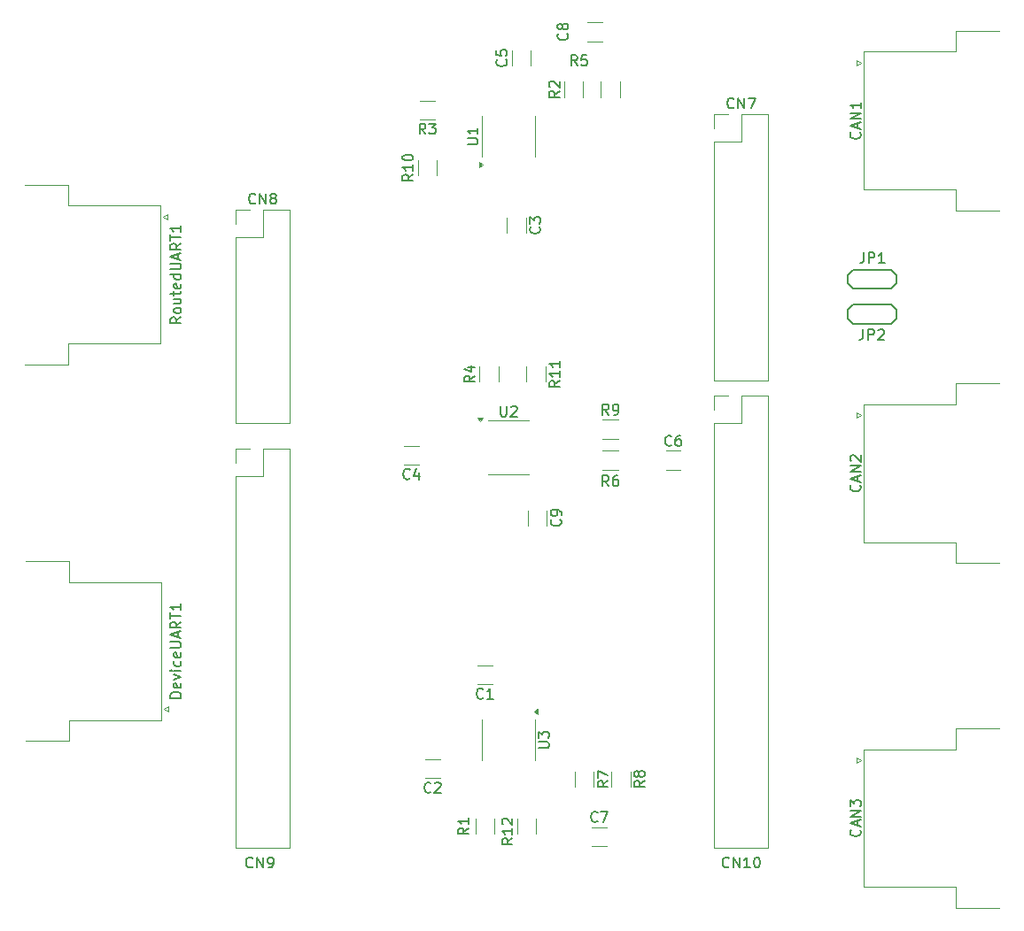
<source format=gto>
G04 #@! TF.GenerationSoftware,KiCad,Pcbnew,8.0.2*
G04 #@! TF.CreationDate,2024-06-02T13:15:13+02:00*
G04 #@! TF.ProjectId,sample,73616d70-6c65-42e6-9b69-6361645f7063,rev?*
G04 #@! TF.SameCoordinates,Original*
G04 #@! TF.FileFunction,Legend,Top*
G04 #@! TF.FilePolarity,Positive*
%FSLAX46Y46*%
G04 Gerber Fmt 4.6, Leading zero omitted, Abs format (unit mm)*
G04 Created by KiCad (PCBNEW 8.0.2) date 2024-06-02 13:15:13*
%MOMM*%
%LPD*%
G01*
G04 APERTURE LIST*
%ADD10C,0.150000*%
%ADD11C,0.120000*%
G04 APERTURE END LIST*
D10*
X133209580Y-96666666D02*
X133257200Y-96714285D01*
X133257200Y-96714285D02*
X133304819Y-96857142D01*
X133304819Y-96857142D02*
X133304819Y-96952380D01*
X133304819Y-96952380D02*
X133257200Y-97095237D01*
X133257200Y-97095237D02*
X133161961Y-97190475D01*
X133161961Y-97190475D02*
X133066723Y-97238094D01*
X133066723Y-97238094D02*
X132876247Y-97285713D01*
X132876247Y-97285713D02*
X132733390Y-97285713D01*
X132733390Y-97285713D02*
X132542914Y-97238094D01*
X132542914Y-97238094D02*
X132447676Y-97190475D01*
X132447676Y-97190475D02*
X132352438Y-97095237D01*
X132352438Y-97095237D02*
X132304819Y-96952380D01*
X132304819Y-96952380D02*
X132304819Y-96857142D01*
X132304819Y-96857142D02*
X132352438Y-96714285D01*
X132352438Y-96714285D02*
X132400057Y-96666666D01*
X133304819Y-96190475D02*
X133304819Y-95999999D01*
X133304819Y-95999999D02*
X133257200Y-95904761D01*
X133257200Y-95904761D02*
X133209580Y-95857142D01*
X133209580Y-95857142D02*
X133066723Y-95761904D01*
X133066723Y-95761904D02*
X132876247Y-95714285D01*
X132876247Y-95714285D02*
X132495295Y-95714285D01*
X132495295Y-95714285D02*
X132400057Y-95761904D01*
X132400057Y-95761904D02*
X132352438Y-95809523D01*
X132352438Y-95809523D02*
X132304819Y-95904761D01*
X132304819Y-95904761D02*
X132304819Y-96095237D01*
X132304819Y-96095237D02*
X132352438Y-96190475D01*
X132352438Y-96190475D02*
X132400057Y-96238094D01*
X132400057Y-96238094D02*
X132495295Y-96285713D01*
X132495295Y-96285713D02*
X132733390Y-96285713D01*
X132733390Y-96285713D02*
X132828628Y-96238094D01*
X132828628Y-96238094D02*
X132876247Y-96190475D01*
X132876247Y-96190475D02*
X132923866Y-96095237D01*
X132923866Y-96095237D02*
X132923866Y-95904761D01*
X132923866Y-95904761D02*
X132876247Y-95809523D01*
X132876247Y-95809523D02*
X132828628Y-95761904D01*
X132828628Y-95761904D02*
X132733390Y-95714285D01*
X124454819Y-126166666D02*
X123978628Y-126499999D01*
X124454819Y-126738094D02*
X123454819Y-126738094D01*
X123454819Y-126738094D02*
X123454819Y-126357142D01*
X123454819Y-126357142D02*
X123502438Y-126261904D01*
X123502438Y-126261904D02*
X123550057Y-126214285D01*
X123550057Y-126214285D02*
X123645295Y-126166666D01*
X123645295Y-126166666D02*
X123788152Y-126166666D01*
X123788152Y-126166666D02*
X123883390Y-126214285D01*
X123883390Y-126214285D02*
X123931009Y-126261904D01*
X123931009Y-126261904D02*
X123978628Y-126357142D01*
X123978628Y-126357142D02*
X123978628Y-126738094D01*
X124454819Y-125214285D02*
X124454819Y-125785713D01*
X124454819Y-125499999D02*
X123454819Y-125499999D01*
X123454819Y-125499999D02*
X123597676Y-125595237D01*
X123597676Y-125595237D02*
X123692914Y-125690475D01*
X123692914Y-125690475D02*
X123740533Y-125785713D01*
X119134819Y-63642857D02*
X118658628Y-63976190D01*
X119134819Y-64214285D02*
X118134819Y-64214285D01*
X118134819Y-64214285D02*
X118134819Y-63833333D01*
X118134819Y-63833333D02*
X118182438Y-63738095D01*
X118182438Y-63738095D02*
X118230057Y-63690476D01*
X118230057Y-63690476D02*
X118325295Y-63642857D01*
X118325295Y-63642857D02*
X118468152Y-63642857D01*
X118468152Y-63642857D02*
X118563390Y-63690476D01*
X118563390Y-63690476D02*
X118611009Y-63738095D01*
X118611009Y-63738095D02*
X118658628Y-63833333D01*
X118658628Y-63833333D02*
X118658628Y-64214285D01*
X119134819Y-62690476D02*
X119134819Y-63261904D01*
X119134819Y-62976190D02*
X118134819Y-62976190D01*
X118134819Y-62976190D02*
X118277676Y-63071428D01*
X118277676Y-63071428D02*
X118372914Y-63166666D01*
X118372914Y-63166666D02*
X118420533Y-63261904D01*
X118134819Y-62071428D02*
X118134819Y-61976190D01*
X118134819Y-61976190D02*
X118182438Y-61880952D01*
X118182438Y-61880952D02*
X118230057Y-61833333D01*
X118230057Y-61833333D02*
X118325295Y-61785714D01*
X118325295Y-61785714D02*
X118515771Y-61738095D01*
X118515771Y-61738095D02*
X118753866Y-61738095D01*
X118753866Y-61738095D02*
X118944342Y-61785714D01*
X118944342Y-61785714D02*
X119039580Y-61833333D01*
X119039580Y-61833333D02*
X119087200Y-61880952D01*
X119087200Y-61880952D02*
X119134819Y-61976190D01*
X119134819Y-61976190D02*
X119134819Y-62071428D01*
X119134819Y-62071428D02*
X119087200Y-62166666D01*
X119087200Y-62166666D02*
X119039580Y-62214285D01*
X119039580Y-62214285D02*
X118944342Y-62261904D01*
X118944342Y-62261904D02*
X118753866Y-62309523D01*
X118753866Y-62309523D02*
X118515771Y-62309523D01*
X118515771Y-62309523D02*
X118325295Y-62261904D01*
X118325295Y-62261904D02*
X118230057Y-62214285D01*
X118230057Y-62214285D02*
X118182438Y-62166666D01*
X118182438Y-62166666D02*
X118134819Y-62071428D01*
X136770833Y-125509580D02*
X136723214Y-125557200D01*
X136723214Y-125557200D02*
X136580357Y-125604819D01*
X136580357Y-125604819D02*
X136485119Y-125604819D01*
X136485119Y-125604819D02*
X136342262Y-125557200D01*
X136342262Y-125557200D02*
X136247024Y-125461961D01*
X136247024Y-125461961D02*
X136199405Y-125366723D01*
X136199405Y-125366723D02*
X136151786Y-125176247D01*
X136151786Y-125176247D02*
X136151786Y-125033390D01*
X136151786Y-125033390D02*
X136199405Y-124842914D01*
X136199405Y-124842914D02*
X136247024Y-124747676D01*
X136247024Y-124747676D02*
X136342262Y-124652438D01*
X136342262Y-124652438D02*
X136485119Y-124604819D01*
X136485119Y-124604819D02*
X136580357Y-124604819D01*
X136580357Y-124604819D02*
X136723214Y-124652438D01*
X136723214Y-124652438D02*
X136770833Y-124700057D01*
X137104167Y-124604819D02*
X137770833Y-124604819D01*
X137770833Y-124604819D02*
X137342262Y-125604819D01*
X103809523Y-129859580D02*
X103761904Y-129907200D01*
X103761904Y-129907200D02*
X103619047Y-129954819D01*
X103619047Y-129954819D02*
X103523809Y-129954819D01*
X103523809Y-129954819D02*
X103380952Y-129907200D01*
X103380952Y-129907200D02*
X103285714Y-129811961D01*
X103285714Y-129811961D02*
X103238095Y-129716723D01*
X103238095Y-129716723D02*
X103190476Y-129526247D01*
X103190476Y-129526247D02*
X103190476Y-129383390D01*
X103190476Y-129383390D02*
X103238095Y-129192914D01*
X103238095Y-129192914D02*
X103285714Y-129097676D01*
X103285714Y-129097676D02*
X103380952Y-129002438D01*
X103380952Y-129002438D02*
X103523809Y-128954819D01*
X103523809Y-128954819D02*
X103619047Y-128954819D01*
X103619047Y-128954819D02*
X103761904Y-129002438D01*
X103761904Y-129002438D02*
X103809523Y-129050057D01*
X104238095Y-129954819D02*
X104238095Y-128954819D01*
X104238095Y-128954819D02*
X104809523Y-129954819D01*
X104809523Y-129954819D02*
X104809523Y-128954819D01*
X105333333Y-129954819D02*
X105523809Y-129954819D01*
X105523809Y-129954819D02*
X105619047Y-129907200D01*
X105619047Y-129907200D02*
X105666666Y-129859580D01*
X105666666Y-129859580D02*
X105761904Y-129716723D01*
X105761904Y-129716723D02*
X105809523Y-129526247D01*
X105809523Y-129526247D02*
X105809523Y-129145295D01*
X105809523Y-129145295D02*
X105761904Y-129050057D01*
X105761904Y-129050057D02*
X105714285Y-129002438D01*
X105714285Y-129002438D02*
X105619047Y-128954819D01*
X105619047Y-128954819D02*
X105428571Y-128954819D01*
X105428571Y-128954819D02*
X105333333Y-129002438D01*
X105333333Y-129002438D02*
X105285714Y-129050057D01*
X105285714Y-129050057D02*
X105238095Y-129145295D01*
X105238095Y-129145295D02*
X105238095Y-129383390D01*
X105238095Y-129383390D02*
X105285714Y-129478628D01*
X105285714Y-129478628D02*
X105333333Y-129526247D01*
X105333333Y-129526247D02*
X105428571Y-129573866D01*
X105428571Y-129573866D02*
X105619047Y-129573866D01*
X105619047Y-129573866D02*
X105714285Y-129526247D01*
X105714285Y-129526247D02*
X105761904Y-129478628D01*
X105761904Y-129478628D02*
X105809523Y-129383390D01*
X127508095Y-85794819D02*
X127508095Y-86604342D01*
X127508095Y-86604342D02*
X127555714Y-86699580D01*
X127555714Y-86699580D02*
X127603333Y-86747200D01*
X127603333Y-86747200D02*
X127698571Y-86794819D01*
X127698571Y-86794819D02*
X127889047Y-86794819D01*
X127889047Y-86794819D02*
X127984285Y-86747200D01*
X127984285Y-86747200D02*
X128031904Y-86699580D01*
X128031904Y-86699580D02*
X128079523Y-86604342D01*
X128079523Y-86604342D02*
X128079523Y-85794819D01*
X128508095Y-85890057D02*
X128555714Y-85842438D01*
X128555714Y-85842438D02*
X128650952Y-85794819D01*
X128650952Y-85794819D02*
X128889047Y-85794819D01*
X128889047Y-85794819D02*
X128984285Y-85842438D01*
X128984285Y-85842438D02*
X129031904Y-85890057D01*
X129031904Y-85890057D02*
X129079523Y-85985295D01*
X129079523Y-85985295D02*
X129079523Y-86080533D01*
X129079523Y-86080533D02*
X129031904Y-86223390D01*
X129031904Y-86223390D02*
X128460476Y-86794819D01*
X128460476Y-86794819D02*
X129079523Y-86794819D01*
X133174819Y-83382857D02*
X132698628Y-83716190D01*
X133174819Y-83954285D02*
X132174819Y-83954285D01*
X132174819Y-83954285D02*
X132174819Y-83573333D01*
X132174819Y-83573333D02*
X132222438Y-83478095D01*
X132222438Y-83478095D02*
X132270057Y-83430476D01*
X132270057Y-83430476D02*
X132365295Y-83382857D01*
X132365295Y-83382857D02*
X132508152Y-83382857D01*
X132508152Y-83382857D02*
X132603390Y-83430476D01*
X132603390Y-83430476D02*
X132651009Y-83478095D01*
X132651009Y-83478095D02*
X132698628Y-83573333D01*
X132698628Y-83573333D02*
X132698628Y-83954285D01*
X133174819Y-82430476D02*
X133174819Y-83001904D01*
X133174819Y-82716190D02*
X132174819Y-82716190D01*
X132174819Y-82716190D02*
X132317676Y-82811428D01*
X132317676Y-82811428D02*
X132412914Y-82906666D01*
X132412914Y-82906666D02*
X132460533Y-83001904D01*
X133174819Y-81478095D02*
X133174819Y-82049523D01*
X133174819Y-81763809D02*
X132174819Y-81763809D01*
X132174819Y-81763809D02*
X132317676Y-81859047D01*
X132317676Y-81859047D02*
X132412914Y-81954285D01*
X132412914Y-81954285D02*
X132460533Y-82049523D01*
X125034819Y-82906666D02*
X124558628Y-83239999D01*
X125034819Y-83478094D02*
X124034819Y-83478094D01*
X124034819Y-83478094D02*
X124034819Y-83097142D01*
X124034819Y-83097142D02*
X124082438Y-83001904D01*
X124082438Y-83001904D02*
X124130057Y-82954285D01*
X124130057Y-82954285D02*
X124225295Y-82906666D01*
X124225295Y-82906666D02*
X124368152Y-82906666D01*
X124368152Y-82906666D02*
X124463390Y-82954285D01*
X124463390Y-82954285D02*
X124511009Y-83001904D01*
X124511009Y-83001904D02*
X124558628Y-83097142D01*
X124558628Y-83097142D02*
X124558628Y-83478094D01*
X124368152Y-82049523D02*
X125034819Y-82049523D01*
X123987200Y-82287618D02*
X124701485Y-82525713D01*
X124701485Y-82525713D02*
X124701485Y-81906666D01*
X162216666Y-71104819D02*
X162216666Y-71819104D01*
X162216666Y-71819104D02*
X162169047Y-71961961D01*
X162169047Y-71961961D02*
X162073809Y-72057200D01*
X162073809Y-72057200D02*
X161930952Y-72104819D01*
X161930952Y-72104819D02*
X161835714Y-72104819D01*
X162692857Y-72104819D02*
X162692857Y-71104819D01*
X162692857Y-71104819D02*
X163073809Y-71104819D01*
X163073809Y-71104819D02*
X163169047Y-71152438D01*
X163169047Y-71152438D02*
X163216666Y-71200057D01*
X163216666Y-71200057D02*
X163264285Y-71295295D01*
X163264285Y-71295295D02*
X163264285Y-71438152D01*
X163264285Y-71438152D02*
X163216666Y-71533390D01*
X163216666Y-71533390D02*
X163169047Y-71581009D01*
X163169047Y-71581009D02*
X163073809Y-71628628D01*
X163073809Y-71628628D02*
X162692857Y-71628628D01*
X164216666Y-72104819D02*
X163645238Y-72104819D01*
X163930952Y-72104819D02*
X163930952Y-71104819D01*
X163930952Y-71104819D02*
X163835714Y-71247676D01*
X163835714Y-71247676D02*
X163740476Y-71342914D01*
X163740476Y-71342914D02*
X163645238Y-71390533D01*
X133134819Y-55666666D02*
X132658628Y-55999999D01*
X133134819Y-56238094D02*
X132134819Y-56238094D01*
X132134819Y-56238094D02*
X132134819Y-55857142D01*
X132134819Y-55857142D02*
X132182438Y-55761904D01*
X132182438Y-55761904D02*
X132230057Y-55714285D01*
X132230057Y-55714285D02*
X132325295Y-55666666D01*
X132325295Y-55666666D02*
X132468152Y-55666666D01*
X132468152Y-55666666D02*
X132563390Y-55714285D01*
X132563390Y-55714285D02*
X132611009Y-55761904D01*
X132611009Y-55761904D02*
X132658628Y-55857142D01*
X132658628Y-55857142D02*
X132658628Y-56238094D01*
X132230057Y-55285713D02*
X132182438Y-55238094D01*
X132182438Y-55238094D02*
X132134819Y-55142856D01*
X132134819Y-55142856D02*
X132134819Y-54904761D01*
X132134819Y-54904761D02*
X132182438Y-54809523D01*
X132182438Y-54809523D02*
X132230057Y-54761904D01*
X132230057Y-54761904D02*
X132325295Y-54714285D01*
X132325295Y-54714285D02*
X132420533Y-54714285D01*
X132420533Y-54714285D02*
X132563390Y-54761904D01*
X132563390Y-54761904D02*
X133134819Y-55333332D01*
X133134819Y-55333332D02*
X133134819Y-54714285D01*
X131124819Y-118501904D02*
X131934342Y-118501904D01*
X131934342Y-118501904D02*
X132029580Y-118454285D01*
X132029580Y-118454285D02*
X132077200Y-118406666D01*
X132077200Y-118406666D02*
X132124819Y-118311428D01*
X132124819Y-118311428D02*
X132124819Y-118120952D01*
X132124819Y-118120952D02*
X132077200Y-118025714D01*
X132077200Y-118025714D02*
X132029580Y-117978095D01*
X132029580Y-117978095D02*
X131934342Y-117930476D01*
X131934342Y-117930476D02*
X131124819Y-117930476D01*
X131124819Y-117549523D02*
X131124819Y-116930476D01*
X131124819Y-116930476D02*
X131505771Y-117263809D01*
X131505771Y-117263809D02*
X131505771Y-117120952D01*
X131505771Y-117120952D02*
X131553390Y-117025714D01*
X131553390Y-117025714D02*
X131601009Y-116978095D01*
X131601009Y-116978095D02*
X131696247Y-116930476D01*
X131696247Y-116930476D02*
X131934342Y-116930476D01*
X131934342Y-116930476D02*
X132029580Y-116978095D01*
X132029580Y-116978095D02*
X132077200Y-117025714D01*
X132077200Y-117025714D02*
X132124819Y-117120952D01*
X132124819Y-117120952D02*
X132124819Y-117406666D01*
X132124819Y-117406666D02*
X132077200Y-117501904D01*
X132077200Y-117501904D02*
X132029580Y-117549523D01*
X125833333Y-113709580D02*
X125785714Y-113757200D01*
X125785714Y-113757200D02*
X125642857Y-113804819D01*
X125642857Y-113804819D02*
X125547619Y-113804819D01*
X125547619Y-113804819D02*
X125404762Y-113757200D01*
X125404762Y-113757200D02*
X125309524Y-113661961D01*
X125309524Y-113661961D02*
X125261905Y-113566723D01*
X125261905Y-113566723D02*
X125214286Y-113376247D01*
X125214286Y-113376247D02*
X125214286Y-113233390D01*
X125214286Y-113233390D02*
X125261905Y-113042914D01*
X125261905Y-113042914D02*
X125309524Y-112947676D01*
X125309524Y-112947676D02*
X125404762Y-112852438D01*
X125404762Y-112852438D02*
X125547619Y-112804819D01*
X125547619Y-112804819D02*
X125642857Y-112804819D01*
X125642857Y-112804819D02*
X125785714Y-112852438D01*
X125785714Y-112852438D02*
X125833333Y-112900057D01*
X126785714Y-113804819D02*
X126214286Y-113804819D01*
X126500000Y-113804819D02*
X126500000Y-112804819D01*
X126500000Y-112804819D02*
X126404762Y-112947676D01*
X126404762Y-112947676D02*
X126309524Y-113042914D01*
X126309524Y-113042914D02*
X126214286Y-113090533D01*
X149799523Y-57225580D02*
X149751904Y-57273200D01*
X149751904Y-57273200D02*
X149609047Y-57320819D01*
X149609047Y-57320819D02*
X149513809Y-57320819D01*
X149513809Y-57320819D02*
X149370952Y-57273200D01*
X149370952Y-57273200D02*
X149275714Y-57177961D01*
X149275714Y-57177961D02*
X149228095Y-57082723D01*
X149228095Y-57082723D02*
X149180476Y-56892247D01*
X149180476Y-56892247D02*
X149180476Y-56749390D01*
X149180476Y-56749390D02*
X149228095Y-56558914D01*
X149228095Y-56558914D02*
X149275714Y-56463676D01*
X149275714Y-56463676D02*
X149370952Y-56368438D01*
X149370952Y-56368438D02*
X149513809Y-56320819D01*
X149513809Y-56320819D02*
X149609047Y-56320819D01*
X149609047Y-56320819D02*
X149751904Y-56368438D01*
X149751904Y-56368438D02*
X149799523Y-56416057D01*
X150228095Y-57320819D02*
X150228095Y-56320819D01*
X150228095Y-56320819D02*
X150799523Y-57320819D01*
X150799523Y-57320819D02*
X150799523Y-56320819D01*
X151180476Y-56320819D02*
X151847142Y-56320819D01*
X151847142Y-56320819D02*
X151418571Y-57320819D01*
X162166666Y-78454819D02*
X162166666Y-79169104D01*
X162166666Y-79169104D02*
X162119047Y-79311961D01*
X162119047Y-79311961D02*
X162023809Y-79407200D01*
X162023809Y-79407200D02*
X161880952Y-79454819D01*
X161880952Y-79454819D02*
X161785714Y-79454819D01*
X162642857Y-79454819D02*
X162642857Y-78454819D01*
X162642857Y-78454819D02*
X163023809Y-78454819D01*
X163023809Y-78454819D02*
X163119047Y-78502438D01*
X163119047Y-78502438D02*
X163166666Y-78550057D01*
X163166666Y-78550057D02*
X163214285Y-78645295D01*
X163214285Y-78645295D02*
X163214285Y-78788152D01*
X163214285Y-78788152D02*
X163166666Y-78883390D01*
X163166666Y-78883390D02*
X163119047Y-78931009D01*
X163119047Y-78931009D02*
X163023809Y-78978628D01*
X163023809Y-78978628D02*
X162642857Y-78978628D01*
X163595238Y-78550057D02*
X163642857Y-78502438D01*
X163642857Y-78502438D02*
X163738095Y-78454819D01*
X163738095Y-78454819D02*
X163976190Y-78454819D01*
X163976190Y-78454819D02*
X164071428Y-78502438D01*
X164071428Y-78502438D02*
X164119047Y-78550057D01*
X164119047Y-78550057D02*
X164166666Y-78645295D01*
X164166666Y-78645295D02*
X164166666Y-78740533D01*
X164166666Y-78740533D02*
X164119047Y-78883390D01*
X164119047Y-78883390D02*
X163547619Y-79454819D01*
X163547619Y-79454819D02*
X164166666Y-79454819D01*
X137833333Y-86634819D02*
X137500000Y-86158628D01*
X137261905Y-86634819D02*
X137261905Y-85634819D01*
X137261905Y-85634819D02*
X137642857Y-85634819D01*
X137642857Y-85634819D02*
X137738095Y-85682438D01*
X137738095Y-85682438D02*
X137785714Y-85730057D01*
X137785714Y-85730057D02*
X137833333Y-85825295D01*
X137833333Y-85825295D02*
X137833333Y-85968152D01*
X137833333Y-85968152D02*
X137785714Y-86063390D01*
X137785714Y-86063390D02*
X137738095Y-86111009D01*
X137738095Y-86111009D02*
X137642857Y-86158628D01*
X137642857Y-86158628D02*
X137261905Y-86158628D01*
X138309524Y-86634819D02*
X138500000Y-86634819D01*
X138500000Y-86634819D02*
X138595238Y-86587200D01*
X138595238Y-86587200D02*
X138642857Y-86539580D01*
X138642857Y-86539580D02*
X138738095Y-86396723D01*
X138738095Y-86396723D02*
X138785714Y-86206247D01*
X138785714Y-86206247D02*
X138785714Y-85825295D01*
X138785714Y-85825295D02*
X138738095Y-85730057D01*
X138738095Y-85730057D02*
X138690476Y-85682438D01*
X138690476Y-85682438D02*
X138595238Y-85634819D01*
X138595238Y-85634819D02*
X138404762Y-85634819D01*
X138404762Y-85634819D02*
X138309524Y-85682438D01*
X138309524Y-85682438D02*
X138261905Y-85730057D01*
X138261905Y-85730057D02*
X138214286Y-85825295D01*
X138214286Y-85825295D02*
X138214286Y-86063390D01*
X138214286Y-86063390D02*
X138261905Y-86158628D01*
X138261905Y-86158628D02*
X138309524Y-86206247D01*
X138309524Y-86206247D02*
X138404762Y-86253866D01*
X138404762Y-86253866D02*
X138595238Y-86253866D01*
X138595238Y-86253866D02*
X138690476Y-86206247D01*
X138690476Y-86206247D02*
X138738095Y-86158628D01*
X138738095Y-86158628D02*
X138785714Y-86063390D01*
X137833333Y-93454819D02*
X137500000Y-92978628D01*
X137261905Y-93454819D02*
X137261905Y-92454819D01*
X137261905Y-92454819D02*
X137642857Y-92454819D01*
X137642857Y-92454819D02*
X137738095Y-92502438D01*
X137738095Y-92502438D02*
X137785714Y-92550057D01*
X137785714Y-92550057D02*
X137833333Y-92645295D01*
X137833333Y-92645295D02*
X137833333Y-92788152D01*
X137833333Y-92788152D02*
X137785714Y-92883390D01*
X137785714Y-92883390D02*
X137738095Y-92931009D01*
X137738095Y-92931009D02*
X137642857Y-92978628D01*
X137642857Y-92978628D02*
X137261905Y-92978628D01*
X138690476Y-92454819D02*
X138500000Y-92454819D01*
X138500000Y-92454819D02*
X138404762Y-92502438D01*
X138404762Y-92502438D02*
X138357143Y-92550057D01*
X138357143Y-92550057D02*
X138261905Y-92692914D01*
X138261905Y-92692914D02*
X138214286Y-92883390D01*
X138214286Y-92883390D02*
X138214286Y-93264342D01*
X138214286Y-93264342D02*
X138261905Y-93359580D01*
X138261905Y-93359580D02*
X138309524Y-93407200D01*
X138309524Y-93407200D02*
X138404762Y-93454819D01*
X138404762Y-93454819D02*
X138595238Y-93454819D01*
X138595238Y-93454819D02*
X138690476Y-93407200D01*
X138690476Y-93407200D02*
X138738095Y-93359580D01*
X138738095Y-93359580D02*
X138785714Y-93264342D01*
X138785714Y-93264342D02*
X138785714Y-93026247D01*
X138785714Y-93026247D02*
X138738095Y-92931009D01*
X138738095Y-92931009D02*
X138690476Y-92883390D01*
X138690476Y-92883390D02*
X138595238Y-92835771D01*
X138595238Y-92835771D02*
X138404762Y-92835771D01*
X138404762Y-92835771D02*
X138309524Y-92883390D01*
X138309524Y-92883390D02*
X138261905Y-92931009D01*
X138261905Y-92931009D02*
X138214286Y-93026247D01*
X131209580Y-68666666D02*
X131257200Y-68714285D01*
X131257200Y-68714285D02*
X131304819Y-68857142D01*
X131304819Y-68857142D02*
X131304819Y-68952380D01*
X131304819Y-68952380D02*
X131257200Y-69095237D01*
X131257200Y-69095237D02*
X131161961Y-69190475D01*
X131161961Y-69190475D02*
X131066723Y-69238094D01*
X131066723Y-69238094D02*
X130876247Y-69285713D01*
X130876247Y-69285713D02*
X130733390Y-69285713D01*
X130733390Y-69285713D02*
X130542914Y-69238094D01*
X130542914Y-69238094D02*
X130447676Y-69190475D01*
X130447676Y-69190475D02*
X130352438Y-69095237D01*
X130352438Y-69095237D02*
X130304819Y-68952380D01*
X130304819Y-68952380D02*
X130304819Y-68857142D01*
X130304819Y-68857142D02*
X130352438Y-68714285D01*
X130352438Y-68714285D02*
X130400057Y-68666666D01*
X130304819Y-68333332D02*
X130304819Y-67714285D01*
X130304819Y-67714285D02*
X130685771Y-68047618D01*
X130685771Y-68047618D02*
X130685771Y-67904761D01*
X130685771Y-67904761D02*
X130733390Y-67809523D01*
X130733390Y-67809523D02*
X130781009Y-67761904D01*
X130781009Y-67761904D02*
X130876247Y-67714285D01*
X130876247Y-67714285D02*
X131114342Y-67714285D01*
X131114342Y-67714285D02*
X131209580Y-67761904D01*
X131209580Y-67761904D02*
X131257200Y-67809523D01*
X131257200Y-67809523D02*
X131304819Y-67904761D01*
X131304819Y-67904761D02*
X131304819Y-68190475D01*
X131304819Y-68190475D02*
X131257200Y-68285713D01*
X131257200Y-68285713D02*
X131209580Y-68333332D01*
X143833333Y-89509580D02*
X143785714Y-89557200D01*
X143785714Y-89557200D02*
X143642857Y-89604819D01*
X143642857Y-89604819D02*
X143547619Y-89604819D01*
X143547619Y-89604819D02*
X143404762Y-89557200D01*
X143404762Y-89557200D02*
X143309524Y-89461961D01*
X143309524Y-89461961D02*
X143261905Y-89366723D01*
X143261905Y-89366723D02*
X143214286Y-89176247D01*
X143214286Y-89176247D02*
X143214286Y-89033390D01*
X143214286Y-89033390D02*
X143261905Y-88842914D01*
X143261905Y-88842914D02*
X143309524Y-88747676D01*
X143309524Y-88747676D02*
X143404762Y-88652438D01*
X143404762Y-88652438D02*
X143547619Y-88604819D01*
X143547619Y-88604819D02*
X143642857Y-88604819D01*
X143642857Y-88604819D02*
X143785714Y-88652438D01*
X143785714Y-88652438D02*
X143833333Y-88700057D01*
X144690476Y-88604819D02*
X144500000Y-88604819D01*
X144500000Y-88604819D02*
X144404762Y-88652438D01*
X144404762Y-88652438D02*
X144357143Y-88700057D01*
X144357143Y-88700057D02*
X144261905Y-88842914D01*
X144261905Y-88842914D02*
X144214286Y-89033390D01*
X144214286Y-89033390D02*
X144214286Y-89414342D01*
X144214286Y-89414342D02*
X144261905Y-89509580D01*
X144261905Y-89509580D02*
X144309524Y-89557200D01*
X144309524Y-89557200D02*
X144404762Y-89604819D01*
X144404762Y-89604819D02*
X144595238Y-89604819D01*
X144595238Y-89604819D02*
X144690476Y-89557200D01*
X144690476Y-89557200D02*
X144738095Y-89509580D01*
X144738095Y-89509580D02*
X144785714Y-89414342D01*
X144785714Y-89414342D02*
X144785714Y-89176247D01*
X144785714Y-89176247D02*
X144738095Y-89081009D01*
X144738095Y-89081009D02*
X144690476Y-89033390D01*
X144690476Y-89033390D02*
X144595238Y-88985771D01*
X144595238Y-88985771D02*
X144404762Y-88985771D01*
X144404762Y-88985771D02*
X144309524Y-89033390D01*
X144309524Y-89033390D02*
X144261905Y-89081009D01*
X144261905Y-89081009D02*
X144214286Y-89176247D01*
X128009580Y-52666666D02*
X128057200Y-52714285D01*
X128057200Y-52714285D02*
X128104819Y-52857142D01*
X128104819Y-52857142D02*
X128104819Y-52952380D01*
X128104819Y-52952380D02*
X128057200Y-53095237D01*
X128057200Y-53095237D02*
X127961961Y-53190475D01*
X127961961Y-53190475D02*
X127866723Y-53238094D01*
X127866723Y-53238094D02*
X127676247Y-53285713D01*
X127676247Y-53285713D02*
X127533390Y-53285713D01*
X127533390Y-53285713D02*
X127342914Y-53238094D01*
X127342914Y-53238094D02*
X127247676Y-53190475D01*
X127247676Y-53190475D02*
X127152438Y-53095237D01*
X127152438Y-53095237D02*
X127104819Y-52952380D01*
X127104819Y-52952380D02*
X127104819Y-52857142D01*
X127104819Y-52857142D02*
X127152438Y-52714285D01*
X127152438Y-52714285D02*
X127200057Y-52666666D01*
X127104819Y-51761904D02*
X127104819Y-52238094D01*
X127104819Y-52238094D02*
X127581009Y-52285713D01*
X127581009Y-52285713D02*
X127533390Y-52238094D01*
X127533390Y-52238094D02*
X127485771Y-52142856D01*
X127485771Y-52142856D02*
X127485771Y-51904761D01*
X127485771Y-51904761D02*
X127533390Y-51809523D01*
X127533390Y-51809523D02*
X127581009Y-51761904D01*
X127581009Y-51761904D02*
X127676247Y-51714285D01*
X127676247Y-51714285D02*
X127914342Y-51714285D01*
X127914342Y-51714285D02*
X128009580Y-51761904D01*
X128009580Y-51761904D02*
X128057200Y-51809523D01*
X128057200Y-51809523D02*
X128104819Y-51904761D01*
X128104819Y-51904761D02*
X128104819Y-52142856D01*
X128104819Y-52142856D02*
X128057200Y-52238094D01*
X128057200Y-52238094D02*
X128009580Y-52285713D01*
X161829249Y-59609047D02*
X161876869Y-59656666D01*
X161876869Y-59656666D02*
X161924488Y-59799523D01*
X161924488Y-59799523D02*
X161924488Y-59894761D01*
X161924488Y-59894761D02*
X161876869Y-60037618D01*
X161876869Y-60037618D02*
X161781630Y-60132856D01*
X161781630Y-60132856D02*
X161686392Y-60180475D01*
X161686392Y-60180475D02*
X161495916Y-60228094D01*
X161495916Y-60228094D02*
X161353059Y-60228094D01*
X161353059Y-60228094D02*
X161162583Y-60180475D01*
X161162583Y-60180475D02*
X161067345Y-60132856D01*
X161067345Y-60132856D02*
X160972107Y-60037618D01*
X160972107Y-60037618D02*
X160924488Y-59894761D01*
X160924488Y-59894761D02*
X160924488Y-59799523D01*
X160924488Y-59799523D02*
X160972107Y-59656666D01*
X160972107Y-59656666D02*
X161019726Y-59609047D01*
X161638773Y-59228094D02*
X161638773Y-58751904D01*
X161924488Y-59323332D02*
X160924488Y-58989999D01*
X160924488Y-58989999D02*
X161924488Y-58656666D01*
X161924488Y-58323332D02*
X160924488Y-58323332D01*
X160924488Y-58323332D02*
X161924488Y-57751904D01*
X161924488Y-57751904D02*
X160924488Y-57751904D01*
X161924488Y-56751904D02*
X161924488Y-57323332D01*
X161924488Y-57037618D02*
X160924488Y-57037618D01*
X160924488Y-57037618D02*
X161067345Y-57132856D01*
X161067345Y-57132856D02*
X161162583Y-57228094D01*
X161162583Y-57228094D02*
X161210202Y-57323332D01*
X137774819Y-121666666D02*
X137298628Y-121999999D01*
X137774819Y-122238094D02*
X136774819Y-122238094D01*
X136774819Y-122238094D02*
X136774819Y-121857142D01*
X136774819Y-121857142D02*
X136822438Y-121761904D01*
X136822438Y-121761904D02*
X136870057Y-121714285D01*
X136870057Y-121714285D02*
X136965295Y-121666666D01*
X136965295Y-121666666D02*
X137108152Y-121666666D01*
X137108152Y-121666666D02*
X137203390Y-121714285D01*
X137203390Y-121714285D02*
X137251009Y-121761904D01*
X137251009Y-121761904D02*
X137298628Y-121857142D01*
X137298628Y-121857142D02*
X137298628Y-122238094D01*
X136774819Y-121333332D02*
X136774819Y-120666666D01*
X136774819Y-120666666D02*
X137774819Y-121095237D01*
X120333333Y-59774819D02*
X120000000Y-59298628D01*
X119761905Y-59774819D02*
X119761905Y-58774819D01*
X119761905Y-58774819D02*
X120142857Y-58774819D01*
X120142857Y-58774819D02*
X120238095Y-58822438D01*
X120238095Y-58822438D02*
X120285714Y-58870057D01*
X120285714Y-58870057D02*
X120333333Y-58965295D01*
X120333333Y-58965295D02*
X120333333Y-59108152D01*
X120333333Y-59108152D02*
X120285714Y-59203390D01*
X120285714Y-59203390D02*
X120238095Y-59251009D01*
X120238095Y-59251009D02*
X120142857Y-59298628D01*
X120142857Y-59298628D02*
X119761905Y-59298628D01*
X120666667Y-58774819D02*
X121285714Y-58774819D01*
X121285714Y-58774819D02*
X120952381Y-59155771D01*
X120952381Y-59155771D02*
X121095238Y-59155771D01*
X121095238Y-59155771D02*
X121190476Y-59203390D01*
X121190476Y-59203390D02*
X121238095Y-59251009D01*
X121238095Y-59251009D02*
X121285714Y-59346247D01*
X121285714Y-59346247D02*
X121285714Y-59584342D01*
X121285714Y-59584342D02*
X121238095Y-59679580D01*
X121238095Y-59679580D02*
X121190476Y-59727200D01*
X121190476Y-59727200D02*
X121095238Y-59774819D01*
X121095238Y-59774819D02*
X120809524Y-59774819D01*
X120809524Y-59774819D02*
X120714286Y-59727200D01*
X120714286Y-59727200D02*
X120666667Y-59679580D01*
X120833333Y-122709580D02*
X120785714Y-122757200D01*
X120785714Y-122757200D02*
X120642857Y-122804819D01*
X120642857Y-122804819D02*
X120547619Y-122804819D01*
X120547619Y-122804819D02*
X120404762Y-122757200D01*
X120404762Y-122757200D02*
X120309524Y-122661961D01*
X120309524Y-122661961D02*
X120261905Y-122566723D01*
X120261905Y-122566723D02*
X120214286Y-122376247D01*
X120214286Y-122376247D02*
X120214286Y-122233390D01*
X120214286Y-122233390D02*
X120261905Y-122042914D01*
X120261905Y-122042914D02*
X120309524Y-121947676D01*
X120309524Y-121947676D02*
X120404762Y-121852438D01*
X120404762Y-121852438D02*
X120547619Y-121804819D01*
X120547619Y-121804819D02*
X120642857Y-121804819D01*
X120642857Y-121804819D02*
X120785714Y-121852438D01*
X120785714Y-121852438D02*
X120833333Y-121900057D01*
X121214286Y-121900057D02*
X121261905Y-121852438D01*
X121261905Y-121852438D02*
X121357143Y-121804819D01*
X121357143Y-121804819D02*
X121595238Y-121804819D01*
X121595238Y-121804819D02*
X121690476Y-121852438D01*
X121690476Y-121852438D02*
X121738095Y-121900057D01*
X121738095Y-121900057D02*
X121785714Y-121995295D01*
X121785714Y-121995295D02*
X121785714Y-122090533D01*
X121785714Y-122090533D02*
X121738095Y-122233390D01*
X121738095Y-122233390D02*
X121166667Y-122804819D01*
X121166667Y-122804819D02*
X121785714Y-122804819D01*
X124324819Y-60761904D02*
X125134342Y-60761904D01*
X125134342Y-60761904D02*
X125229580Y-60714285D01*
X125229580Y-60714285D02*
X125277200Y-60666666D01*
X125277200Y-60666666D02*
X125324819Y-60571428D01*
X125324819Y-60571428D02*
X125324819Y-60380952D01*
X125324819Y-60380952D02*
X125277200Y-60285714D01*
X125277200Y-60285714D02*
X125229580Y-60238095D01*
X125229580Y-60238095D02*
X125134342Y-60190476D01*
X125134342Y-60190476D02*
X124324819Y-60190476D01*
X125324819Y-59190476D02*
X125324819Y-59761904D01*
X125324819Y-59476190D02*
X124324819Y-59476190D01*
X124324819Y-59476190D02*
X124467676Y-59571428D01*
X124467676Y-59571428D02*
X124562914Y-59666666D01*
X124562914Y-59666666D02*
X124610533Y-59761904D01*
X96954819Y-77301429D02*
X96478628Y-77634762D01*
X96954819Y-77872857D02*
X95954819Y-77872857D01*
X95954819Y-77872857D02*
X95954819Y-77491905D01*
X95954819Y-77491905D02*
X96002438Y-77396667D01*
X96002438Y-77396667D02*
X96050057Y-77349048D01*
X96050057Y-77349048D02*
X96145295Y-77301429D01*
X96145295Y-77301429D02*
X96288152Y-77301429D01*
X96288152Y-77301429D02*
X96383390Y-77349048D01*
X96383390Y-77349048D02*
X96431009Y-77396667D01*
X96431009Y-77396667D02*
X96478628Y-77491905D01*
X96478628Y-77491905D02*
X96478628Y-77872857D01*
X96954819Y-76730000D02*
X96907200Y-76825238D01*
X96907200Y-76825238D02*
X96859580Y-76872857D01*
X96859580Y-76872857D02*
X96764342Y-76920476D01*
X96764342Y-76920476D02*
X96478628Y-76920476D01*
X96478628Y-76920476D02*
X96383390Y-76872857D01*
X96383390Y-76872857D02*
X96335771Y-76825238D01*
X96335771Y-76825238D02*
X96288152Y-76730000D01*
X96288152Y-76730000D02*
X96288152Y-76587143D01*
X96288152Y-76587143D02*
X96335771Y-76491905D01*
X96335771Y-76491905D02*
X96383390Y-76444286D01*
X96383390Y-76444286D02*
X96478628Y-76396667D01*
X96478628Y-76396667D02*
X96764342Y-76396667D01*
X96764342Y-76396667D02*
X96859580Y-76444286D01*
X96859580Y-76444286D02*
X96907200Y-76491905D01*
X96907200Y-76491905D02*
X96954819Y-76587143D01*
X96954819Y-76587143D02*
X96954819Y-76730000D01*
X96288152Y-75539524D02*
X96954819Y-75539524D01*
X96288152Y-75968095D02*
X96811961Y-75968095D01*
X96811961Y-75968095D02*
X96907200Y-75920476D01*
X96907200Y-75920476D02*
X96954819Y-75825238D01*
X96954819Y-75825238D02*
X96954819Y-75682381D01*
X96954819Y-75682381D02*
X96907200Y-75587143D01*
X96907200Y-75587143D02*
X96859580Y-75539524D01*
X96288152Y-75206190D02*
X96288152Y-74825238D01*
X95954819Y-75063333D02*
X96811961Y-75063333D01*
X96811961Y-75063333D02*
X96907200Y-75015714D01*
X96907200Y-75015714D02*
X96954819Y-74920476D01*
X96954819Y-74920476D02*
X96954819Y-74825238D01*
X96907200Y-74110952D02*
X96954819Y-74206190D01*
X96954819Y-74206190D02*
X96954819Y-74396666D01*
X96954819Y-74396666D02*
X96907200Y-74491904D01*
X96907200Y-74491904D02*
X96811961Y-74539523D01*
X96811961Y-74539523D02*
X96431009Y-74539523D01*
X96431009Y-74539523D02*
X96335771Y-74491904D01*
X96335771Y-74491904D02*
X96288152Y-74396666D01*
X96288152Y-74396666D02*
X96288152Y-74206190D01*
X96288152Y-74206190D02*
X96335771Y-74110952D01*
X96335771Y-74110952D02*
X96431009Y-74063333D01*
X96431009Y-74063333D02*
X96526247Y-74063333D01*
X96526247Y-74063333D02*
X96621485Y-74539523D01*
X96954819Y-73206190D02*
X95954819Y-73206190D01*
X96907200Y-73206190D02*
X96954819Y-73301428D01*
X96954819Y-73301428D02*
X96954819Y-73491904D01*
X96954819Y-73491904D02*
X96907200Y-73587142D01*
X96907200Y-73587142D02*
X96859580Y-73634761D01*
X96859580Y-73634761D02*
X96764342Y-73682380D01*
X96764342Y-73682380D02*
X96478628Y-73682380D01*
X96478628Y-73682380D02*
X96383390Y-73634761D01*
X96383390Y-73634761D02*
X96335771Y-73587142D01*
X96335771Y-73587142D02*
X96288152Y-73491904D01*
X96288152Y-73491904D02*
X96288152Y-73301428D01*
X96288152Y-73301428D02*
X96335771Y-73206190D01*
X95954819Y-72729999D02*
X96764342Y-72729999D01*
X96764342Y-72729999D02*
X96859580Y-72682380D01*
X96859580Y-72682380D02*
X96907200Y-72634761D01*
X96907200Y-72634761D02*
X96954819Y-72539523D01*
X96954819Y-72539523D02*
X96954819Y-72349047D01*
X96954819Y-72349047D02*
X96907200Y-72253809D01*
X96907200Y-72253809D02*
X96859580Y-72206190D01*
X96859580Y-72206190D02*
X96764342Y-72158571D01*
X96764342Y-72158571D02*
X95954819Y-72158571D01*
X96669104Y-71729999D02*
X96669104Y-71253809D01*
X96954819Y-71825237D02*
X95954819Y-71491904D01*
X95954819Y-71491904D02*
X96954819Y-71158571D01*
X96954819Y-70253809D02*
X96478628Y-70587142D01*
X96954819Y-70825237D02*
X95954819Y-70825237D01*
X95954819Y-70825237D02*
X95954819Y-70444285D01*
X95954819Y-70444285D02*
X96002438Y-70349047D01*
X96002438Y-70349047D02*
X96050057Y-70301428D01*
X96050057Y-70301428D02*
X96145295Y-70253809D01*
X96145295Y-70253809D02*
X96288152Y-70253809D01*
X96288152Y-70253809D02*
X96383390Y-70301428D01*
X96383390Y-70301428D02*
X96431009Y-70349047D01*
X96431009Y-70349047D02*
X96478628Y-70444285D01*
X96478628Y-70444285D02*
X96478628Y-70825237D01*
X95954819Y-69968094D02*
X95954819Y-69396666D01*
X96954819Y-69682380D02*
X95954819Y-69682380D01*
X96954819Y-68539523D02*
X96954819Y-69110951D01*
X96954819Y-68825237D02*
X95954819Y-68825237D01*
X95954819Y-68825237D02*
X96097676Y-68920475D01*
X96097676Y-68920475D02*
X96192914Y-69015713D01*
X96192914Y-69015713D02*
X96240533Y-69110951D01*
X149333333Y-129859580D02*
X149285714Y-129907200D01*
X149285714Y-129907200D02*
X149142857Y-129954819D01*
X149142857Y-129954819D02*
X149047619Y-129954819D01*
X149047619Y-129954819D02*
X148904762Y-129907200D01*
X148904762Y-129907200D02*
X148809524Y-129811961D01*
X148809524Y-129811961D02*
X148761905Y-129716723D01*
X148761905Y-129716723D02*
X148714286Y-129526247D01*
X148714286Y-129526247D02*
X148714286Y-129383390D01*
X148714286Y-129383390D02*
X148761905Y-129192914D01*
X148761905Y-129192914D02*
X148809524Y-129097676D01*
X148809524Y-129097676D02*
X148904762Y-129002438D01*
X148904762Y-129002438D02*
X149047619Y-128954819D01*
X149047619Y-128954819D02*
X149142857Y-128954819D01*
X149142857Y-128954819D02*
X149285714Y-129002438D01*
X149285714Y-129002438D02*
X149333333Y-129050057D01*
X149761905Y-129954819D02*
X149761905Y-128954819D01*
X149761905Y-128954819D02*
X150333333Y-129954819D01*
X150333333Y-129954819D02*
X150333333Y-128954819D01*
X151333333Y-129954819D02*
X150761905Y-129954819D01*
X151047619Y-129954819D02*
X151047619Y-128954819D01*
X151047619Y-128954819D02*
X150952381Y-129097676D01*
X150952381Y-129097676D02*
X150857143Y-129192914D01*
X150857143Y-129192914D02*
X150761905Y-129240533D01*
X151952381Y-128954819D02*
X152047619Y-128954819D01*
X152047619Y-128954819D02*
X152142857Y-129002438D01*
X152142857Y-129002438D02*
X152190476Y-129050057D01*
X152190476Y-129050057D02*
X152238095Y-129145295D01*
X152238095Y-129145295D02*
X152285714Y-129335771D01*
X152285714Y-129335771D02*
X152285714Y-129573866D01*
X152285714Y-129573866D02*
X152238095Y-129764342D01*
X152238095Y-129764342D02*
X152190476Y-129859580D01*
X152190476Y-129859580D02*
X152142857Y-129907200D01*
X152142857Y-129907200D02*
X152047619Y-129954819D01*
X152047619Y-129954819D02*
X151952381Y-129954819D01*
X151952381Y-129954819D02*
X151857143Y-129907200D01*
X151857143Y-129907200D02*
X151809524Y-129859580D01*
X151809524Y-129859580D02*
X151761905Y-129764342D01*
X151761905Y-129764342D02*
X151714286Y-129573866D01*
X151714286Y-129573866D02*
X151714286Y-129335771D01*
X151714286Y-129335771D02*
X151761905Y-129145295D01*
X151761905Y-129145295D02*
X151809524Y-129050057D01*
X151809524Y-129050057D02*
X151857143Y-129002438D01*
X151857143Y-129002438D02*
X151952381Y-128954819D01*
X161829249Y-93349047D02*
X161876869Y-93396666D01*
X161876869Y-93396666D02*
X161924488Y-93539523D01*
X161924488Y-93539523D02*
X161924488Y-93634761D01*
X161924488Y-93634761D02*
X161876869Y-93777618D01*
X161876869Y-93777618D02*
X161781630Y-93872856D01*
X161781630Y-93872856D02*
X161686392Y-93920475D01*
X161686392Y-93920475D02*
X161495916Y-93968094D01*
X161495916Y-93968094D02*
X161353059Y-93968094D01*
X161353059Y-93968094D02*
X161162583Y-93920475D01*
X161162583Y-93920475D02*
X161067345Y-93872856D01*
X161067345Y-93872856D02*
X160972107Y-93777618D01*
X160972107Y-93777618D02*
X160924488Y-93634761D01*
X160924488Y-93634761D02*
X160924488Y-93539523D01*
X160924488Y-93539523D02*
X160972107Y-93396666D01*
X160972107Y-93396666D02*
X161019726Y-93349047D01*
X161638773Y-92968094D02*
X161638773Y-92491904D01*
X161924488Y-93063332D02*
X160924488Y-92729999D01*
X160924488Y-92729999D02*
X161924488Y-92396666D01*
X161924488Y-92063332D02*
X160924488Y-92063332D01*
X160924488Y-92063332D02*
X161924488Y-91491904D01*
X161924488Y-91491904D02*
X160924488Y-91491904D01*
X161019726Y-91063332D02*
X160972107Y-91015713D01*
X160972107Y-91015713D02*
X160924488Y-90920475D01*
X160924488Y-90920475D02*
X160924488Y-90682380D01*
X160924488Y-90682380D02*
X160972107Y-90587142D01*
X160972107Y-90587142D02*
X161019726Y-90539523D01*
X161019726Y-90539523D02*
X161114964Y-90491904D01*
X161114964Y-90491904D02*
X161210202Y-90491904D01*
X161210202Y-90491904D02*
X161353059Y-90539523D01*
X161353059Y-90539523D02*
X161924488Y-91110951D01*
X161924488Y-91110951D02*
X161924488Y-90491904D01*
X96954819Y-113726190D02*
X95954819Y-113726190D01*
X95954819Y-113726190D02*
X95954819Y-113488095D01*
X95954819Y-113488095D02*
X96002438Y-113345238D01*
X96002438Y-113345238D02*
X96097676Y-113250000D01*
X96097676Y-113250000D02*
X96192914Y-113202381D01*
X96192914Y-113202381D02*
X96383390Y-113154762D01*
X96383390Y-113154762D02*
X96526247Y-113154762D01*
X96526247Y-113154762D02*
X96716723Y-113202381D01*
X96716723Y-113202381D02*
X96811961Y-113250000D01*
X96811961Y-113250000D02*
X96907200Y-113345238D01*
X96907200Y-113345238D02*
X96954819Y-113488095D01*
X96954819Y-113488095D02*
X96954819Y-113726190D01*
X96907200Y-112345238D02*
X96954819Y-112440476D01*
X96954819Y-112440476D02*
X96954819Y-112630952D01*
X96954819Y-112630952D02*
X96907200Y-112726190D01*
X96907200Y-112726190D02*
X96811961Y-112773809D01*
X96811961Y-112773809D02*
X96431009Y-112773809D01*
X96431009Y-112773809D02*
X96335771Y-112726190D01*
X96335771Y-112726190D02*
X96288152Y-112630952D01*
X96288152Y-112630952D02*
X96288152Y-112440476D01*
X96288152Y-112440476D02*
X96335771Y-112345238D01*
X96335771Y-112345238D02*
X96431009Y-112297619D01*
X96431009Y-112297619D02*
X96526247Y-112297619D01*
X96526247Y-112297619D02*
X96621485Y-112773809D01*
X96288152Y-111964285D02*
X96954819Y-111726190D01*
X96954819Y-111726190D02*
X96288152Y-111488095D01*
X96954819Y-111107142D02*
X96288152Y-111107142D01*
X95954819Y-111107142D02*
X96002438Y-111154761D01*
X96002438Y-111154761D02*
X96050057Y-111107142D01*
X96050057Y-111107142D02*
X96002438Y-111059523D01*
X96002438Y-111059523D02*
X95954819Y-111107142D01*
X95954819Y-111107142D02*
X96050057Y-111107142D01*
X96907200Y-110202381D02*
X96954819Y-110297619D01*
X96954819Y-110297619D02*
X96954819Y-110488095D01*
X96954819Y-110488095D02*
X96907200Y-110583333D01*
X96907200Y-110583333D02*
X96859580Y-110630952D01*
X96859580Y-110630952D02*
X96764342Y-110678571D01*
X96764342Y-110678571D02*
X96478628Y-110678571D01*
X96478628Y-110678571D02*
X96383390Y-110630952D01*
X96383390Y-110630952D02*
X96335771Y-110583333D01*
X96335771Y-110583333D02*
X96288152Y-110488095D01*
X96288152Y-110488095D02*
X96288152Y-110297619D01*
X96288152Y-110297619D02*
X96335771Y-110202381D01*
X96907200Y-109392857D02*
X96954819Y-109488095D01*
X96954819Y-109488095D02*
X96954819Y-109678571D01*
X96954819Y-109678571D02*
X96907200Y-109773809D01*
X96907200Y-109773809D02*
X96811961Y-109821428D01*
X96811961Y-109821428D02*
X96431009Y-109821428D01*
X96431009Y-109821428D02*
X96335771Y-109773809D01*
X96335771Y-109773809D02*
X96288152Y-109678571D01*
X96288152Y-109678571D02*
X96288152Y-109488095D01*
X96288152Y-109488095D02*
X96335771Y-109392857D01*
X96335771Y-109392857D02*
X96431009Y-109345238D01*
X96431009Y-109345238D02*
X96526247Y-109345238D01*
X96526247Y-109345238D02*
X96621485Y-109821428D01*
X95954819Y-108916666D02*
X96764342Y-108916666D01*
X96764342Y-108916666D02*
X96859580Y-108869047D01*
X96859580Y-108869047D02*
X96907200Y-108821428D01*
X96907200Y-108821428D02*
X96954819Y-108726190D01*
X96954819Y-108726190D02*
X96954819Y-108535714D01*
X96954819Y-108535714D02*
X96907200Y-108440476D01*
X96907200Y-108440476D02*
X96859580Y-108392857D01*
X96859580Y-108392857D02*
X96764342Y-108345238D01*
X96764342Y-108345238D02*
X95954819Y-108345238D01*
X96669104Y-107916666D02*
X96669104Y-107440476D01*
X96954819Y-108011904D02*
X95954819Y-107678571D01*
X95954819Y-107678571D02*
X96954819Y-107345238D01*
X96954819Y-106440476D02*
X96478628Y-106773809D01*
X96954819Y-107011904D02*
X95954819Y-107011904D01*
X95954819Y-107011904D02*
X95954819Y-106630952D01*
X95954819Y-106630952D02*
X96002438Y-106535714D01*
X96002438Y-106535714D02*
X96050057Y-106488095D01*
X96050057Y-106488095D02*
X96145295Y-106440476D01*
X96145295Y-106440476D02*
X96288152Y-106440476D01*
X96288152Y-106440476D02*
X96383390Y-106488095D01*
X96383390Y-106488095D02*
X96431009Y-106535714D01*
X96431009Y-106535714D02*
X96478628Y-106630952D01*
X96478628Y-106630952D02*
X96478628Y-107011904D01*
X95954819Y-106154761D02*
X95954819Y-105583333D01*
X96954819Y-105869047D02*
X95954819Y-105869047D01*
X96954819Y-104726190D02*
X96954819Y-105297618D01*
X96954819Y-105011904D02*
X95954819Y-105011904D01*
X95954819Y-105011904D02*
X96097676Y-105107142D01*
X96097676Y-105107142D02*
X96192914Y-105202380D01*
X96192914Y-105202380D02*
X96240533Y-105297618D01*
X128634819Y-127142857D02*
X128158628Y-127476190D01*
X128634819Y-127714285D02*
X127634819Y-127714285D01*
X127634819Y-127714285D02*
X127634819Y-127333333D01*
X127634819Y-127333333D02*
X127682438Y-127238095D01*
X127682438Y-127238095D02*
X127730057Y-127190476D01*
X127730057Y-127190476D02*
X127825295Y-127142857D01*
X127825295Y-127142857D02*
X127968152Y-127142857D01*
X127968152Y-127142857D02*
X128063390Y-127190476D01*
X128063390Y-127190476D02*
X128111009Y-127238095D01*
X128111009Y-127238095D02*
X128158628Y-127333333D01*
X128158628Y-127333333D02*
X128158628Y-127714285D01*
X128634819Y-126190476D02*
X128634819Y-126761904D01*
X128634819Y-126476190D02*
X127634819Y-126476190D01*
X127634819Y-126476190D02*
X127777676Y-126571428D01*
X127777676Y-126571428D02*
X127872914Y-126666666D01*
X127872914Y-126666666D02*
X127920533Y-126761904D01*
X127730057Y-125809523D02*
X127682438Y-125761904D01*
X127682438Y-125761904D02*
X127634819Y-125666666D01*
X127634819Y-125666666D02*
X127634819Y-125428571D01*
X127634819Y-125428571D02*
X127682438Y-125333333D01*
X127682438Y-125333333D02*
X127730057Y-125285714D01*
X127730057Y-125285714D02*
X127825295Y-125238095D01*
X127825295Y-125238095D02*
X127920533Y-125238095D01*
X127920533Y-125238095D02*
X128063390Y-125285714D01*
X128063390Y-125285714D02*
X128634819Y-125857142D01*
X128634819Y-125857142D02*
X128634819Y-125238095D01*
X133859580Y-50166666D02*
X133907200Y-50214285D01*
X133907200Y-50214285D02*
X133954819Y-50357142D01*
X133954819Y-50357142D02*
X133954819Y-50452380D01*
X133954819Y-50452380D02*
X133907200Y-50595237D01*
X133907200Y-50595237D02*
X133811961Y-50690475D01*
X133811961Y-50690475D02*
X133716723Y-50738094D01*
X133716723Y-50738094D02*
X133526247Y-50785713D01*
X133526247Y-50785713D02*
X133383390Y-50785713D01*
X133383390Y-50785713D02*
X133192914Y-50738094D01*
X133192914Y-50738094D02*
X133097676Y-50690475D01*
X133097676Y-50690475D02*
X133002438Y-50595237D01*
X133002438Y-50595237D02*
X132954819Y-50452380D01*
X132954819Y-50452380D02*
X132954819Y-50357142D01*
X132954819Y-50357142D02*
X133002438Y-50214285D01*
X133002438Y-50214285D02*
X133050057Y-50166666D01*
X133383390Y-49595237D02*
X133335771Y-49690475D01*
X133335771Y-49690475D02*
X133288152Y-49738094D01*
X133288152Y-49738094D02*
X133192914Y-49785713D01*
X133192914Y-49785713D02*
X133145295Y-49785713D01*
X133145295Y-49785713D02*
X133050057Y-49738094D01*
X133050057Y-49738094D02*
X133002438Y-49690475D01*
X133002438Y-49690475D02*
X132954819Y-49595237D01*
X132954819Y-49595237D02*
X132954819Y-49404761D01*
X132954819Y-49404761D02*
X133002438Y-49309523D01*
X133002438Y-49309523D02*
X133050057Y-49261904D01*
X133050057Y-49261904D02*
X133145295Y-49214285D01*
X133145295Y-49214285D02*
X133192914Y-49214285D01*
X133192914Y-49214285D02*
X133288152Y-49261904D01*
X133288152Y-49261904D02*
X133335771Y-49309523D01*
X133335771Y-49309523D02*
X133383390Y-49404761D01*
X133383390Y-49404761D02*
X133383390Y-49595237D01*
X133383390Y-49595237D02*
X133431009Y-49690475D01*
X133431009Y-49690475D02*
X133478628Y-49738094D01*
X133478628Y-49738094D02*
X133573866Y-49785713D01*
X133573866Y-49785713D02*
X133764342Y-49785713D01*
X133764342Y-49785713D02*
X133859580Y-49738094D01*
X133859580Y-49738094D02*
X133907200Y-49690475D01*
X133907200Y-49690475D02*
X133954819Y-49595237D01*
X133954819Y-49595237D02*
X133954819Y-49404761D01*
X133954819Y-49404761D02*
X133907200Y-49309523D01*
X133907200Y-49309523D02*
X133859580Y-49261904D01*
X133859580Y-49261904D02*
X133764342Y-49214285D01*
X133764342Y-49214285D02*
X133573866Y-49214285D01*
X133573866Y-49214285D02*
X133478628Y-49261904D01*
X133478628Y-49261904D02*
X133431009Y-49309523D01*
X133431009Y-49309523D02*
X133383390Y-49404761D01*
X141274819Y-121666666D02*
X140798628Y-121999999D01*
X141274819Y-122238094D02*
X140274819Y-122238094D01*
X140274819Y-122238094D02*
X140274819Y-121857142D01*
X140274819Y-121857142D02*
X140322438Y-121761904D01*
X140322438Y-121761904D02*
X140370057Y-121714285D01*
X140370057Y-121714285D02*
X140465295Y-121666666D01*
X140465295Y-121666666D02*
X140608152Y-121666666D01*
X140608152Y-121666666D02*
X140703390Y-121714285D01*
X140703390Y-121714285D02*
X140751009Y-121761904D01*
X140751009Y-121761904D02*
X140798628Y-121857142D01*
X140798628Y-121857142D02*
X140798628Y-122238094D01*
X140703390Y-121095237D02*
X140655771Y-121190475D01*
X140655771Y-121190475D02*
X140608152Y-121238094D01*
X140608152Y-121238094D02*
X140512914Y-121285713D01*
X140512914Y-121285713D02*
X140465295Y-121285713D01*
X140465295Y-121285713D02*
X140370057Y-121238094D01*
X140370057Y-121238094D02*
X140322438Y-121190475D01*
X140322438Y-121190475D02*
X140274819Y-121095237D01*
X140274819Y-121095237D02*
X140274819Y-120904761D01*
X140274819Y-120904761D02*
X140322438Y-120809523D01*
X140322438Y-120809523D02*
X140370057Y-120761904D01*
X140370057Y-120761904D02*
X140465295Y-120714285D01*
X140465295Y-120714285D02*
X140512914Y-120714285D01*
X140512914Y-120714285D02*
X140608152Y-120761904D01*
X140608152Y-120761904D02*
X140655771Y-120809523D01*
X140655771Y-120809523D02*
X140703390Y-120904761D01*
X140703390Y-120904761D02*
X140703390Y-121095237D01*
X140703390Y-121095237D02*
X140751009Y-121190475D01*
X140751009Y-121190475D02*
X140798628Y-121238094D01*
X140798628Y-121238094D02*
X140893866Y-121285713D01*
X140893866Y-121285713D02*
X141084342Y-121285713D01*
X141084342Y-121285713D02*
X141179580Y-121238094D01*
X141179580Y-121238094D02*
X141227200Y-121190475D01*
X141227200Y-121190475D02*
X141274819Y-121095237D01*
X141274819Y-121095237D02*
X141274819Y-120904761D01*
X141274819Y-120904761D02*
X141227200Y-120809523D01*
X141227200Y-120809523D02*
X141179580Y-120761904D01*
X141179580Y-120761904D02*
X141084342Y-120714285D01*
X141084342Y-120714285D02*
X140893866Y-120714285D01*
X140893866Y-120714285D02*
X140798628Y-120761904D01*
X140798628Y-120761904D02*
X140751009Y-120809523D01*
X140751009Y-120809523D02*
X140703390Y-120904761D01*
X161829249Y-126349047D02*
X161876869Y-126396666D01*
X161876869Y-126396666D02*
X161924488Y-126539523D01*
X161924488Y-126539523D02*
X161924488Y-126634761D01*
X161924488Y-126634761D02*
X161876869Y-126777618D01*
X161876869Y-126777618D02*
X161781630Y-126872856D01*
X161781630Y-126872856D02*
X161686392Y-126920475D01*
X161686392Y-126920475D02*
X161495916Y-126968094D01*
X161495916Y-126968094D02*
X161353059Y-126968094D01*
X161353059Y-126968094D02*
X161162583Y-126920475D01*
X161162583Y-126920475D02*
X161067345Y-126872856D01*
X161067345Y-126872856D02*
X160972107Y-126777618D01*
X160972107Y-126777618D02*
X160924488Y-126634761D01*
X160924488Y-126634761D02*
X160924488Y-126539523D01*
X160924488Y-126539523D02*
X160972107Y-126396666D01*
X160972107Y-126396666D02*
X161019726Y-126349047D01*
X161638773Y-125968094D02*
X161638773Y-125491904D01*
X161924488Y-126063332D02*
X160924488Y-125729999D01*
X160924488Y-125729999D02*
X161924488Y-125396666D01*
X161924488Y-125063332D02*
X160924488Y-125063332D01*
X160924488Y-125063332D02*
X161924488Y-124491904D01*
X161924488Y-124491904D02*
X160924488Y-124491904D01*
X160924488Y-124110951D02*
X160924488Y-123491904D01*
X160924488Y-123491904D02*
X161305440Y-123825237D01*
X161305440Y-123825237D02*
X161305440Y-123682380D01*
X161305440Y-123682380D02*
X161353059Y-123587142D01*
X161353059Y-123587142D02*
X161400678Y-123539523D01*
X161400678Y-123539523D02*
X161495916Y-123491904D01*
X161495916Y-123491904D02*
X161734011Y-123491904D01*
X161734011Y-123491904D02*
X161829249Y-123539523D01*
X161829249Y-123539523D02*
X161876869Y-123587142D01*
X161876869Y-123587142D02*
X161924488Y-123682380D01*
X161924488Y-123682380D02*
X161924488Y-123968094D01*
X161924488Y-123968094D02*
X161876869Y-124063332D01*
X161876869Y-124063332D02*
X161829249Y-124110951D01*
X118833333Y-92709580D02*
X118785714Y-92757200D01*
X118785714Y-92757200D02*
X118642857Y-92804819D01*
X118642857Y-92804819D02*
X118547619Y-92804819D01*
X118547619Y-92804819D02*
X118404762Y-92757200D01*
X118404762Y-92757200D02*
X118309524Y-92661961D01*
X118309524Y-92661961D02*
X118261905Y-92566723D01*
X118261905Y-92566723D02*
X118214286Y-92376247D01*
X118214286Y-92376247D02*
X118214286Y-92233390D01*
X118214286Y-92233390D02*
X118261905Y-92042914D01*
X118261905Y-92042914D02*
X118309524Y-91947676D01*
X118309524Y-91947676D02*
X118404762Y-91852438D01*
X118404762Y-91852438D02*
X118547619Y-91804819D01*
X118547619Y-91804819D02*
X118642857Y-91804819D01*
X118642857Y-91804819D02*
X118785714Y-91852438D01*
X118785714Y-91852438D02*
X118833333Y-91900057D01*
X119690476Y-92138152D02*
X119690476Y-92804819D01*
X119452381Y-91757200D02*
X119214286Y-92471485D01*
X119214286Y-92471485D02*
X119833333Y-92471485D01*
X134833333Y-53224819D02*
X134500000Y-52748628D01*
X134261905Y-53224819D02*
X134261905Y-52224819D01*
X134261905Y-52224819D02*
X134642857Y-52224819D01*
X134642857Y-52224819D02*
X134738095Y-52272438D01*
X134738095Y-52272438D02*
X134785714Y-52320057D01*
X134785714Y-52320057D02*
X134833333Y-52415295D01*
X134833333Y-52415295D02*
X134833333Y-52558152D01*
X134833333Y-52558152D02*
X134785714Y-52653390D01*
X134785714Y-52653390D02*
X134738095Y-52701009D01*
X134738095Y-52701009D02*
X134642857Y-52748628D01*
X134642857Y-52748628D02*
X134261905Y-52748628D01*
X135738095Y-52224819D02*
X135261905Y-52224819D01*
X135261905Y-52224819D02*
X135214286Y-52701009D01*
X135214286Y-52701009D02*
X135261905Y-52653390D01*
X135261905Y-52653390D02*
X135357143Y-52605771D01*
X135357143Y-52605771D02*
X135595238Y-52605771D01*
X135595238Y-52605771D02*
X135690476Y-52653390D01*
X135690476Y-52653390D02*
X135738095Y-52701009D01*
X135738095Y-52701009D02*
X135785714Y-52796247D01*
X135785714Y-52796247D02*
X135785714Y-53034342D01*
X135785714Y-53034342D02*
X135738095Y-53129580D01*
X135738095Y-53129580D02*
X135690476Y-53177200D01*
X135690476Y-53177200D02*
X135595238Y-53224819D01*
X135595238Y-53224819D02*
X135357143Y-53224819D01*
X135357143Y-53224819D02*
X135261905Y-53177200D01*
X135261905Y-53177200D02*
X135214286Y-53129580D01*
X104079523Y-66369580D02*
X104031904Y-66417200D01*
X104031904Y-66417200D02*
X103889047Y-66464819D01*
X103889047Y-66464819D02*
X103793809Y-66464819D01*
X103793809Y-66464819D02*
X103650952Y-66417200D01*
X103650952Y-66417200D02*
X103555714Y-66321961D01*
X103555714Y-66321961D02*
X103508095Y-66226723D01*
X103508095Y-66226723D02*
X103460476Y-66036247D01*
X103460476Y-66036247D02*
X103460476Y-65893390D01*
X103460476Y-65893390D02*
X103508095Y-65702914D01*
X103508095Y-65702914D02*
X103555714Y-65607676D01*
X103555714Y-65607676D02*
X103650952Y-65512438D01*
X103650952Y-65512438D02*
X103793809Y-65464819D01*
X103793809Y-65464819D02*
X103889047Y-65464819D01*
X103889047Y-65464819D02*
X104031904Y-65512438D01*
X104031904Y-65512438D02*
X104079523Y-65560057D01*
X104508095Y-66464819D02*
X104508095Y-65464819D01*
X104508095Y-65464819D02*
X105079523Y-66464819D01*
X105079523Y-66464819D02*
X105079523Y-65464819D01*
X105698571Y-65893390D02*
X105603333Y-65845771D01*
X105603333Y-65845771D02*
X105555714Y-65798152D01*
X105555714Y-65798152D02*
X105508095Y-65702914D01*
X105508095Y-65702914D02*
X105508095Y-65655295D01*
X105508095Y-65655295D02*
X105555714Y-65560057D01*
X105555714Y-65560057D02*
X105603333Y-65512438D01*
X105603333Y-65512438D02*
X105698571Y-65464819D01*
X105698571Y-65464819D02*
X105889047Y-65464819D01*
X105889047Y-65464819D02*
X105984285Y-65512438D01*
X105984285Y-65512438D02*
X106031904Y-65560057D01*
X106031904Y-65560057D02*
X106079523Y-65655295D01*
X106079523Y-65655295D02*
X106079523Y-65702914D01*
X106079523Y-65702914D02*
X106031904Y-65798152D01*
X106031904Y-65798152D02*
X105984285Y-65845771D01*
X105984285Y-65845771D02*
X105889047Y-65893390D01*
X105889047Y-65893390D02*
X105698571Y-65893390D01*
X105698571Y-65893390D02*
X105603333Y-65941009D01*
X105603333Y-65941009D02*
X105555714Y-65988628D01*
X105555714Y-65988628D02*
X105508095Y-66083866D01*
X105508095Y-66083866D02*
X105508095Y-66274342D01*
X105508095Y-66274342D02*
X105555714Y-66369580D01*
X105555714Y-66369580D02*
X105603333Y-66417200D01*
X105603333Y-66417200D02*
X105698571Y-66464819D01*
X105698571Y-66464819D02*
X105889047Y-66464819D01*
X105889047Y-66464819D02*
X105984285Y-66417200D01*
X105984285Y-66417200D02*
X106031904Y-66369580D01*
X106031904Y-66369580D02*
X106079523Y-66274342D01*
X106079523Y-66274342D02*
X106079523Y-66083866D01*
X106079523Y-66083866D02*
X106031904Y-65988628D01*
X106031904Y-65988628D02*
X105984285Y-65941009D01*
X105984285Y-65941009D02*
X105889047Y-65893390D01*
D11*
X130090000Y-95788748D02*
X130090000Y-97211252D01*
X131910000Y-95788748D02*
X131910000Y-97211252D01*
X125090000Y-125272936D02*
X125090000Y-126727064D01*
X126910000Y-125272936D02*
X126910000Y-126727064D01*
X119590000Y-63727064D02*
X119590000Y-62272936D01*
X121410000Y-63727064D02*
X121410000Y-62272936D01*
X136226248Y-126090000D02*
X137648752Y-126090000D01*
X136226248Y-127910000D02*
X137648752Y-127910000D01*
X102170000Y-89870000D02*
X103500000Y-89870000D01*
X102170000Y-91200000D02*
X102170000Y-89870000D01*
X102170000Y-92470000D02*
X102170000Y-128090000D01*
X102170000Y-92470000D02*
X104770000Y-92470000D01*
X102170000Y-128090000D02*
X107370000Y-128090000D01*
X104770000Y-89870000D02*
X107370000Y-89870000D01*
X104770000Y-92470000D02*
X104770000Y-89870000D01*
X107370000Y-89870000D02*
X107370000Y-128090000D01*
X128270000Y-87180000D02*
X126320000Y-87180000D01*
X128270000Y-87180000D02*
X130220000Y-87180000D01*
X128270000Y-92300000D02*
X126320000Y-92300000D01*
X128270000Y-92300000D02*
X130220000Y-92300000D01*
X125570000Y-87275000D02*
X125330000Y-86945000D01*
X125810000Y-86945000D01*
X125570000Y-87275000D01*
G36*
X125570000Y-87275000D02*
G01*
X125330000Y-86945000D01*
X125810000Y-86945000D01*
X125570000Y-87275000D01*
G37*
X129990000Y-82012936D02*
X129990000Y-83467064D01*
X131810000Y-82012936D02*
X131810000Y-83467064D01*
X125490000Y-83467064D02*
X125490000Y-82012936D01*
X127310000Y-83467064D02*
X127310000Y-82012936D01*
D10*
X160720000Y-73250000D02*
X161220000Y-72750000D01*
X160720000Y-74050000D02*
X160720000Y-73250000D01*
X161220000Y-72750000D02*
X164820000Y-72750000D01*
X161220000Y-74550000D02*
X160720000Y-74050000D01*
X164820000Y-72750000D02*
X165320000Y-73250000D01*
X164820000Y-74550000D02*
X161220000Y-74550000D01*
X165320000Y-73250000D02*
X165320000Y-74050000D01*
X165320000Y-74050000D02*
X164820000Y-74550000D01*
D11*
X133590000Y-56227064D02*
X133590000Y-54772936D01*
X135410000Y-56227064D02*
X135410000Y-54772936D01*
X125710000Y-117740000D02*
X125710000Y-115790000D01*
X125710000Y-117740000D02*
X125710000Y-119690000D01*
X130830000Y-117740000D02*
X130830000Y-115790000D01*
X130830000Y-117740000D02*
X130830000Y-119690000D01*
X131065000Y-115280000D02*
X130735000Y-115040000D01*
X131065000Y-114800000D01*
X131065000Y-115280000D01*
G36*
X131065000Y-115280000D02*
G01*
X130735000Y-115040000D01*
X131065000Y-114800000D01*
X131065000Y-115280000D01*
G37*
X126711252Y-110590000D02*
X125288748Y-110590000D01*
X126711252Y-112410000D02*
X125288748Y-112410000D01*
X147890000Y-57866000D02*
X149220000Y-57866000D01*
X147890000Y-59196000D02*
X147890000Y-57866000D01*
X147890000Y-60466000D02*
X147890000Y-83386000D01*
X147890000Y-60466000D02*
X150490000Y-60466000D01*
X147890000Y-83386000D02*
X153090000Y-83386000D01*
X150490000Y-57866000D02*
X153090000Y-57866000D01*
X150490000Y-60466000D02*
X150490000Y-57866000D01*
X153090000Y-57866000D02*
X153090000Y-83386000D01*
D10*
X160720000Y-76600000D02*
X161220000Y-76100000D01*
X160720000Y-77400000D02*
X160720000Y-76600000D01*
X161220000Y-76100000D02*
X164820000Y-76100000D01*
X161220000Y-77900000D02*
X160720000Y-77400000D01*
X164820000Y-76100000D02*
X165320000Y-76600000D01*
X164820000Y-77900000D02*
X161220000Y-77900000D01*
X165320000Y-76600000D02*
X165320000Y-77400000D01*
X165320000Y-77400000D02*
X164820000Y-77900000D01*
D11*
X137272936Y-87090000D02*
X138727064Y-87090000D01*
X137272936Y-88910000D02*
X138727064Y-88910000D01*
X137272936Y-90090000D02*
X138727064Y-90090000D01*
X137272936Y-91910000D02*
X138727064Y-91910000D01*
X128090000Y-67788748D02*
X128090000Y-69211252D01*
X129910000Y-67788748D02*
X129910000Y-69211252D01*
X143288748Y-90090000D02*
X144711252Y-90090000D01*
X143288748Y-91910000D02*
X144711252Y-91910000D01*
X128590000Y-53211252D02*
X128590000Y-51788748D01*
X130410000Y-53211252D02*
X130410000Y-51788748D01*
X161515331Y-52700000D02*
X161948344Y-52950000D01*
X161515331Y-53200000D02*
X161515331Y-52700000D01*
X161948344Y-52950000D02*
X161515331Y-53200000D01*
X162209669Y-51890000D02*
X171049669Y-51890000D01*
X162209669Y-65090000D02*
X162209669Y-51890000D01*
X171049669Y-49880000D02*
X175149669Y-49880000D01*
X171049669Y-51890000D02*
X171049669Y-49880000D01*
X171049669Y-65090000D02*
X162209669Y-65090000D01*
X171049669Y-67100000D02*
X171049669Y-65090000D01*
X175149669Y-67100000D02*
X171049669Y-67100000D01*
X134590000Y-120772936D02*
X134590000Y-122227064D01*
X136410000Y-120772936D02*
X136410000Y-122227064D01*
X121227064Y-56590000D02*
X119772936Y-56590000D01*
X121227064Y-58410000D02*
X119772936Y-58410000D01*
X121711252Y-119590000D02*
X120288748Y-119590000D01*
X121711252Y-121410000D02*
X120288748Y-121410000D01*
X125710000Y-60000000D02*
X125710000Y-58050000D01*
X125710000Y-60000000D02*
X125710000Y-61950000D01*
X130830000Y-60000000D02*
X130830000Y-58050000D01*
X130830000Y-60000000D02*
X130830000Y-61950000D01*
X125805000Y-62700000D02*
X125475000Y-62940000D01*
X125475000Y-62460000D01*
X125805000Y-62700000D01*
G36*
X125805000Y-62700000D02*
G01*
X125475000Y-62940000D01*
X125475000Y-62460000D01*
X125805000Y-62700000D01*
G37*
X82050331Y-64620000D02*
X86150331Y-64620000D01*
X86150331Y-64620000D02*
X86150331Y-66630000D01*
X86150331Y-66630000D02*
X94990331Y-66630000D01*
X86150331Y-79830000D02*
X86150331Y-81840000D01*
X86150331Y-81840000D02*
X82050331Y-81840000D01*
X94990331Y-66630000D02*
X94990331Y-79830000D01*
X94990331Y-79830000D02*
X86150331Y-79830000D01*
X95251656Y-67690000D02*
X95684669Y-67440000D01*
X95684669Y-67440000D02*
X95684669Y-67940000D01*
X95684669Y-67940000D02*
X95251656Y-67690000D01*
X147890000Y-84790000D02*
X149220000Y-84790000D01*
X147890000Y-86120000D02*
X147890000Y-84790000D01*
X147890000Y-87390000D02*
X147890000Y-128090000D01*
X147890000Y-87390000D02*
X150490000Y-87390000D01*
X147890000Y-128090000D02*
X153090000Y-128090000D01*
X150490000Y-84790000D02*
X153090000Y-84790000D01*
X150490000Y-87390000D02*
X150490000Y-84790000D01*
X153090000Y-84790000D02*
X153090000Y-128090000D01*
X161515331Y-86440000D02*
X161948344Y-86690000D01*
X161515331Y-86940000D02*
X161515331Y-86440000D01*
X161948344Y-86690000D02*
X161515331Y-86940000D01*
X162209669Y-85630000D02*
X171049669Y-85630000D01*
X162209669Y-98830000D02*
X162209669Y-85630000D01*
X171049669Y-83620000D02*
X175149669Y-83620000D01*
X171049669Y-85630000D02*
X171049669Y-83620000D01*
X171049669Y-98830000D02*
X162209669Y-98830000D01*
X171049669Y-100840000D02*
X171049669Y-98830000D01*
X175149669Y-100840000D02*
X171049669Y-100840000D01*
X82150331Y-100640000D02*
X86250331Y-100640000D01*
X86250331Y-100640000D02*
X86250331Y-102650000D01*
X86250331Y-102650000D02*
X95090331Y-102650000D01*
X86250331Y-115850000D02*
X86250331Y-117860000D01*
X86250331Y-117860000D02*
X82150331Y-117860000D01*
X95090331Y-102650000D02*
X95090331Y-115850000D01*
X95090331Y-115850000D02*
X86250331Y-115850000D01*
X95351656Y-114790000D02*
X95784669Y-114540000D01*
X95784669Y-114540000D02*
X95784669Y-115040000D01*
X95784669Y-115040000D02*
X95351656Y-114790000D01*
X129090000Y-126727064D02*
X129090000Y-125272936D01*
X130910000Y-126727064D02*
X130910000Y-125272936D01*
X137211252Y-49090000D02*
X135788748Y-49090000D01*
X137211252Y-50910000D02*
X135788748Y-50910000D01*
X138090000Y-120772936D02*
X138090000Y-122227064D01*
X139910000Y-120772936D02*
X139910000Y-122227064D01*
X161515331Y-119440000D02*
X161948344Y-119690000D01*
X161515331Y-119940000D02*
X161515331Y-119440000D01*
X161948344Y-119690000D02*
X161515331Y-119940000D01*
X162209669Y-118630000D02*
X171049669Y-118630000D01*
X162209669Y-131830000D02*
X162209669Y-118630000D01*
X171049669Y-116620000D02*
X175149669Y-116620000D01*
X171049669Y-118630000D02*
X171049669Y-116620000D01*
X171049669Y-131830000D02*
X162209669Y-131830000D01*
X171049669Y-133840000D02*
X171049669Y-131830000D01*
X175149669Y-133840000D02*
X171049669Y-133840000D01*
X119711252Y-89590000D02*
X118288748Y-89590000D01*
X119711252Y-91410000D02*
X118288748Y-91410000D01*
X137090000Y-56227064D02*
X137090000Y-54772936D01*
X138910000Y-56227064D02*
X138910000Y-54772936D01*
X102170000Y-67010000D02*
X103500000Y-67010000D01*
X102170000Y-68340000D02*
X102170000Y-67010000D01*
X102170000Y-69610000D02*
X102170000Y-87450000D01*
X102170000Y-69610000D02*
X104770000Y-69610000D01*
X102170000Y-87450000D02*
X107370000Y-87450000D01*
X104770000Y-67010000D02*
X107370000Y-67010000D01*
X104770000Y-69610000D02*
X104770000Y-67010000D01*
X107370000Y-67010000D02*
X107370000Y-87450000D01*
M02*

</source>
